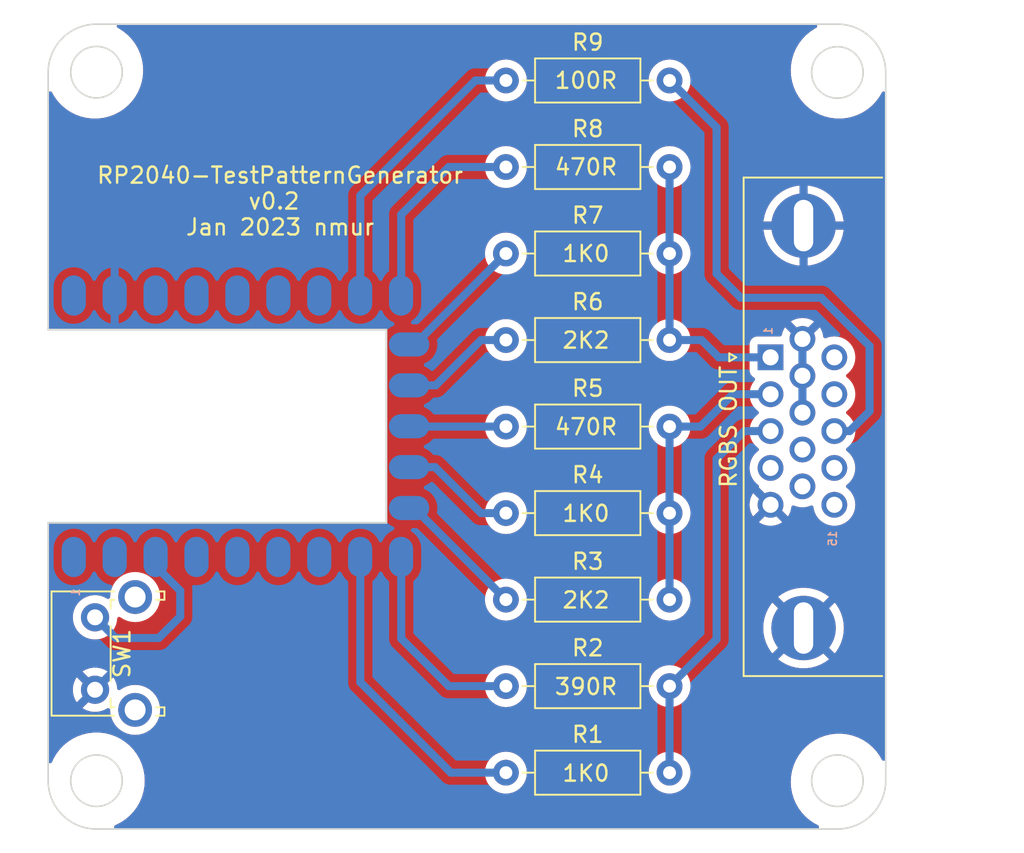
<source format=kicad_pcb>
(kicad_pcb (version 20221018) (generator pcbnew)
  (layers (0 "F.Cu" signal) (31 "B.Cu" signal) (34 "B.Paste" user) (35 "F.Paste" user) (36 "B.SilkS" user "B.Silkscreen") (37 "F.SilkS" user "F.Silkscreen") (38 "B.Mask" user) (39 "F.Mask" user) (44 "Edge.Cuts" user))
  (net 0 "")
  (net 1 "Net-(J1-Pad1)")
  (net 2 "Net-(J1-Pad2)")
  (net 3 "Net-(J1-Pad3)")
  (net 9 "Net-(J1-Pad13)")
  (net 12 "Net-(U1-GND)")
  (net 13 "Net-(U1-7)")
  (net 14 "Net-(U1-8)")
  (net 15 "Net-(U1-12)")
  (net 16 "Net-(U1-13)")
  (net 17 "Net-(U1-14)")
  (net 18 "Net-(U1-9)")
  (net 19 "Net-(U1-10)")
  (net 20 "Net-(U1-11)")
  (net 21 "Net-(U1-15)")
  (net 24 "Net-(U1-2)")
  (footprint "Resistor_THT:R_Axial_DIN0207_L6.3mm_D2.5mm_P10.16mm_Horizontal" (layer "F.Cu") (at 145.42 69.875)
    (fp_text reference "R8" (at 5.08 -2.37) (layer "F.SilkS"))
    (fp_text value "470")
    (fp_line (start 1.04 0) (end 1.81 0) (stroke (width 0.12)) (layer "F.SilkS"))
    (fp_line (start 1.81 -1.37) (end 1.81 1.37) (stroke (width 0.12)) (layer "F.SilkS"))
    (fp_line (start 1.81 1.37) (end 8.35 1.37) (stroke (width 0.12)) (layer "F.SilkS"))
    (fp_line (start 8.35 -1.37) (end 1.81 -1.37) (stroke (width 0.12)) (layer "F.SilkS"))
    (fp_line (start 8.35 1.37) (end 8.35 -1.37) (stroke (width 0.12)) (layer "F.SilkS"))
    (fp_line (start 9.12 0) (end 8.35 0) (stroke (width 0.12)) (layer "F.SilkS"))
    (pad "1" thru_hole circle (at 0 0) (size 1.6 1.6) (drill 0.8) (layers "*.Cu" "*.Mask") (net 17 "Net-(U1-14)"))
    (pad "2" thru_hole oval (at 10.16 0) (size 1.6 1.6) (drill 0.8) (layers "*.Cu" "*.Mask") (net 1 "Net-(J1-Pad1)"))
  )
  (footprint "Resistor_THT:R_Axial_DIN0207_L6.3mm_D2.5mm_P10.16mm_Horizontal" (layer "F.Cu") (at 145.42 75.25)
    (fp_text reference "R7" (at 5.08 -2.37) (layer "F.SilkS"))
    (fp_text value "1K")
    (fp_line (start 1.04 0) (end 1.81 0) (stroke (width 0.12)) (layer "F.SilkS"))
    (fp_line (start 1.81 -1.37) (end 1.81 1.37) (stroke (width 0.12)) (layer "F.SilkS"))
    (fp_line (start 1.81 1.37) (end 8.35 1.37) (stroke (width 0.12)) (layer "F.SilkS"))
    (fp_line (start 8.35 -1.37) (end 1.81 -1.37) (stroke (width 0.12)) (layer "F.SilkS"))
    (fp_line (start 8.35 1.37) (end 8.35 -1.37) (stroke (width 0.12)) (layer "F.SilkS"))
    (fp_line (start 9.12 0) (end 8.35 0) (stroke (width 0.12)) (layer "F.SilkS"))
    (pad "1" thru_hole circle (at 0 0) (size 1.6 1.6) (drill 0.8) (layers "*.Cu" "*.Mask") (net 16 "Net-(U1-13)"))
    (pad "2" thru_hole oval (at 10.16 0) (size 1.6 1.6) (drill 0.8) (layers "*.Cu" "*.Mask") (net 1 "Net-(J1-Pad1)"))
  )
  (footprint "Resistor_THT:R_Axial_DIN0207_L6.3mm_D2.5mm_P10.16mm_Horizontal" (layer "F.Cu") (at 145.42 96.75)
    (fp_text reference "R3" (at 5.08 -2.37) (layer "F.SilkS"))
    (fp_text value "2K2")
    (fp_line (start 1.04 0) (end 1.81 0) (stroke (width 0.12)) (layer "F.SilkS"))
    (fp_line (start 1.81 -1.37) (end 1.81 1.37) (stroke (width 0.12)) (layer "F.SilkS"))
    (fp_line (start 1.81 1.37) (end 8.35 1.37) (stroke (width 0.12)) (layer "F.SilkS"))
    (fp_line (start 8.35 -1.37) (end 1.81 -1.37) (stroke (width 0.12)) (layer "F.SilkS"))
    (fp_line (start 8.35 1.37) (end 8.35 -1.37) (stroke (width 0.12)) (layer "F.SilkS"))
    (fp_line (start 9.12 0) (end 8.35 0) (stroke (width 0.12)) (layer "F.SilkS"))
    (pad "1" thru_hole circle (at 0 0) (size 1.6 1.6) (drill 0.8) (layers "*.Cu" "*.Mask") (net 18 "Net-(U1-9)"))
    (pad "2" thru_hole oval (at 10.16 0) (size 1.6 1.6) (drill 0.8) (layers "*.Cu" "*.Mask") (net 2 "Net-(J1-Pad2)"))
  )
  (footprint "Resistor_THT:R_Axial_DIN0207_L6.3mm_D2.5mm_P10.16mm_Horizontal" (layer "F.Cu") (at 145.42 80.625)
    (fp_text reference "R6" (at 5.08 -2.37) (layer "F.SilkS"))
    (fp_text value "2K2")
    (fp_line (start 1.04 0) (end 1.81 0) (stroke (width 0.12)) (layer "F.SilkS"))
    (fp_line (start 1.81 -1.37) (end 1.81 1.37) (stroke (width 0.12)) (layer "F.SilkS"))
    (fp_line (start 1.81 1.37) (end 8.35 1.37) (stroke (width 0.12)) (layer "F.SilkS"))
    (fp_line (start 8.35 -1.37) (end 1.81 -1.37) (stroke (width 0.12)) (layer "F.SilkS"))
    (fp_line (start 8.35 1.37) (end 8.35 -1.37) (stroke (width 0.12)) (layer "F.SilkS"))
    (fp_line (start 9.12 0) (end 8.35 0) (stroke (width 0.12)) (layer "F.SilkS"))
    (pad "1" thru_hole circle (at 0 0) (size 1.6 1.6) (drill 0.8) (layers "*.Cu" "*.Mask") (net 15 "Net-(U1-12)"))
    (pad "2" thru_hole oval (at 10.16 0) (size 1.6 1.6) (drill 0.8) (layers "*.Cu" "*.Mask") (net 1 "Net-(J1-Pad1)"))
  )
  (footprint "Resistor_THT:R_Axial_DIN0207_L6.3mm_D2.5mm_P10.16mm_Horizontal" (layer "F.Cu") (at 145.42 64.5)
    (fp_text reference "R9" (at 5.08 -2.37) (layer "F.SilkS"))
    (fp_text value "100")
    (fp_line (start 1.04 0) (end 1.81 0) (stroke (width 0.12)) (layer "F.SilkS"))
    (fp_line (start 1.81 -1.37) (end 1.81 1.37) (stroke (width 0.12)) (layer "F.SilkS"))
    (fp_line (start 1.81 1.37) (end 8.35 1.37) (stroke (width 0.12)) (layer "F.SilkS"))
    (fp_line (start 8.35 -1.37) (end 1.81 -1.37) (stroke (width 0.12)) (layer "F.SilkS"))
    (fp_line (start 8.35 1.37) (end 8.35 -1.37) (stroke (width 0.12)) (layer "F.SilkS"))
    (fp_line (start 9.12 0) (end 8.35 0) (stroke (width 0.12)) (layer "F.SilkS"))
    (pad "1" thru_hole circle (at 0 0) (size 1.6 1.6) (drill 0.8) (layers "*.Cu" "*.Mask") (net 21 "Net-(U1-15)"))
    (pad "2" thru_hole oval (at 10.16 0) (size 1.6 1.6) (drill 0.8) (layers "*.Cu" "*.Mask") (net 9 "Net-(J1-Pad13)"))
  )
  (footprint "Resistor_THT:R_Axial_DIN0207_L6.3mm_D2.5mm_P10.16mm_Horizontal" (layer "F.Cu") (at 145.42 107.5)
    (fp_text reference "R1" (at 5.08 -2.37) (layer "F.SilkS"))
    (fp_text value "1K")
    (fp_line (start 1.04 0) (end 1.81 0) (stroke (width 0.12)) (layer "F.SilkS"))
    (fp_line (start 1.81 -1.37) (end 1.81 1.37) (stroke (width 0.12)) (layer "F.SilkS"))
    (fp_line (start 1.81 1.37) (end 8.35 1.37) (stroke (width 0.12)) (layer "F.SilkS"))
    (fp_line (start 8.35 -1.37) (end 1.81 -1.37) (stroke (width 0.12)) (layer "F.SilkS"))
    (fp_line (start 8.35 1.37) (end 8.35 -1.37) (stroke (width 0.12)) (layer "F.SilkS"))
    (fp_line (start 9.12 0) (end 8.35 0) (stroke (width 0.12)) (layer "F.SilkS"))
    (pad "1" thru_hole circle (at 0 0) (size 1.6 1.6) (drill 0.8) (layers "*.Cu" "*.Mask") (net 13 "Net-(U1-7)"))
    (pad "2" thru_hole oval (at 10.16 0) (size 1.6 1.6) (drill 0.8) (layers "*.Cu" "*.Mask") (net 3 "Net-(J1-Pad3)"))
  )
  (footprint "Resistor_THT:R_Axial_DIN0207_L6.3mm_D2.5mm_P10.16mm_Horizontal" (layer "F.Cu") (at 145.42 86)
    (fp_text reference "R5" (at 5.08 -2.37) (layer "F.SilkS"))
    (fp_text value "470")
    (fp_line (start 1.04 0) (end 1.81 0) (stroke (width 0.12)) (layer "F.SilkS"))
    (fp_line (start 1.81 -1.37) (end 1.81 1.37) (stroke (width 0.12)) (layer "F.SilkS"))
    (fp_line (start 1.81 1.37) (end 8.35 1.37) (stroke (width 0.12)) (layer "F.SilkS"))
    (fp_line (start 8.35 -1.37) (end 1.81 -1.37) (stroke (width 0.12)) (layer "F.SilkS"))
    (fp_line (start 8.35 1.37) (end 8.35 -1.37) (stroke (width 0.12)) (layer "F.SilkS"))
    (fp_line (start 9.12 0) (end 8.35 0) (stroke (width 0.12)) (layer "F.SilkS"))
    (pad "1" thru_hole circle (at 0 0) (size 1.6 1.6) (drill 0.8) (layers "*.Cu" "*.Mask") (net 20 "Net-(U1-11)"))
    (pad "2" thru_hole oval (at 10.16 0) (size 1.6 1.6) (drill 0.8) (layers "*.Cu" "*.Mask") (net 2 "Net-(J1-Pad2)"))
  )
  (footprint "Resistor_THT:R_Axial_DIN0207_L6.3mm_D2.5mm_P10.16mm_Horizontal" (layer "F.Cu") (at 145.42 91.375)
    (fp_text reference "R4" (at 5.08 -2.37) (layer "F.SilkS"))
    (fp_text value "1K")
    (fp_line (start 1.04 0) (end 1.81 0) (stroke (width 0.12)) (layer "F.SilkS"))
    (fp_line (start 1.81 -1.37) (end 1.81 1.37) (stroke (width 0.12)) (layer "F.SilkS"))
    (fp_line (start 1.81 1.37) (end 8.35 1.37) (stroke (width 0.12)) (layer "F.SilkS"))
    (fp_line (start 8.35 -1.37) (end 1.81 -1.37) (stroke (width 0.12)) (layer "F.SilkS"))
    (fp_line (start 8.35 1.37) (end 8.35 -1.37) (stroke (width 0.12)) (layer "F.SilkS"))
    (fp_line (start 9.12 0) (end 8.35 0) (stroke (width 0.12)) (layer "F.SilkS"))
    (pad "1" thru_hole circle (at 0 0) (size 1.6 1.6) (drill 0.8) (layers "*.Cu" "*.Mask") (net 19 "Net-(U1-10)"))
    (pad "2" thru_hole oval (at 10.16 0) (size 1.6 1.6) (drill 0.8) (layers "*.Cu" "*.Mask") (net 2 "Net-(J1-Pad2)"))
  )
  (footprint "Connector_Dsub:DSUB-15-HD_Female_Horizontal_P2.29x1.98mm_EdgePinOffset3.03mm_Housed_MountingHolesOffset4.94mm" (layer "F.Cu") (at 161.849669 81.7 90)
    (fp_text reference "RGBS OUT" (at -4.315 -2.61 90) (layer "F.SilkS"))
    (fp_text value "DE15_Receptacle_HighDensity_MountingHoles")
    (fp_line (start -19.8 -1.67) (end 11.17 -1.67) (stroke (width 0.12)) (layer "F.SilkS"))
    (fp_line (start -19.8 6.93) (end -19.8 -1.67) (stroke (width 0.12)) (layer "F.SilkS"))
    (fp_line (start -0.25 -2.564338) (end 0.25 -2.564338) (stroke (width 0.12)) (layer "F.SilkS"))
    (fp_line (start 0 -2.131325) (end -0.25 -2.564338) (stroke (width 0.12)) (layer "F.SilkS"))
    (fp_line (start 0.25 -2.564338) (end 0 -2.131325) (stroke (width 0.12)) (layer "F.SilkS"))
    (fp_line (start 11.17 -1.67) (end 11.17 6.93) (stroke (width 0.12)) (layer "F.SilkS"))
    (pad "0" thru_hole circle (at -16.815 2.05 90) (size 4 4) (drill oval 3.2 1.2) (layers "*.Cu" "*.Mask") (net 12 "Net-(U1-GND)"))
    (pad "0" thru_hole oval (at 8.185 2.05 90) (size 4 4) (drill oval 3.2 1.2) (layers "*.Cu" "*.Mask") (net 12 "Net-(U1-GND)"))
    (pad "1" thru_hole rect (at 0 0 90) (size 1.6 1.6) (drill 1) (layers "*.Cu" "*.Mask") (net 1 "Net-(J1-Pad1)"))
    (pad "2" thru_hole circle (at -2.29 0 90) (size 1.6 1.6) (drill 1) (layers "*.Cu" "*.Mask") (net 2 "Net-(J1-Pad2)"))
    (pad "3" thru_hole circle (at -4.58 0 90) (size 1.6 1.6) (drill 1) (layers "*.Cu" "*.Mask") (net 3 "Net-(J1-Pad3)"))
    (pad "4" thru_hole circle (at -6.87 0 90) (size 1.6 1.6) (drill 1) (layers "*.Cu" "*.Mask"))
    (pad "5" thru_hole circle (at -9.16 0 90) (size 1.6 1.6) (drill 1) (layers "*.Cu" "*.Mask") (net 12 "Net-(U1-GND)"))
    (pad "6" thru_hole circle (at 1.145 1.98 90) (size 1.6 1.6) (drill 1) (layers "*.Cu" "*.Mask") (net 12 "Net-(U1-GND)"))
    (pad "7" thru_hole circle (at -1.145 1.98 90) (size 1.6 1.6) (drill 1) (layers "*.Cu" "*.Mask") (net 12 "Net-(U1-GND)"))
    (pad "8" thru_hole circle (at -3.435 1.98 90) (size 1.6 1.6) (drill 1) (layers "*.Cu" "*.Mask") (net 12 "Net-(U1-GND)"))
    (pad "9" thru_hole circle (at -5.725 1.98 90) (size 1.6 1.6) (drill 1) (layers "*.Cu" "*.Mask"))
    (pad "10" thru_hole circle (at -8.015 1.98 90) (size 1.6 1.6) (drill 1) (layers "*.Cu" "*.Mask"))
    (pad "11" thru_hole circle (at 0 3.96 90) (size 1.6 1.6) (drill 1) (layers "*.Cu" "*.Mask"))
    (pad "12" thru_hole circle (at -2.29 3.96 90) (size 1.6 1.6) (drill 1) (layers "*.Cu" "*.Mask"))
    (pad "13" thru_hole circle (at -4.58 3.96 90) (size 1.6 1.6) (drill 1) (layers "*.Cu" "*.Mask") (net 9 "Net-(J1-Pad13)"))
    (pad "14" thru_hole circle (at -6.87 3.96 90) (size 1.6 1.6) (drill 1) (layers "*.Cu" "*.Mask"))
    (pad "15" thru_hole circle (at -9.16 3.96 90) (size 1.6 1.6) (drill 1) (layers "*.Cu" "*.Mask"))
  )
  (footprint "Button_Switch_THT:SW_Tactile_SPST_Angled_PTS645Vx58-2LFS" (layer "F.Cu") (at 119.91 102.35 90)
    (fp_text reference "SW1" (at 2.25 1.68 90) (layer "F.SilkS"))
    (fp_text value "SW_Push")
    (fp_line (start -1.61 -2.7) (end -1.61 1.2) (stroke (width 0.12)) (layer "F.SilkS"))
    (fp_line (start -1.61 -2.7) (end 6.11 -2.7) (stroke (width 0.12)) (layer "F.SilkS"))
    (fp_line (start -1.61 3.8) (end -1.61 4.31) (stroke (width 0.12)) (layer "F.SilkS"))
    (fp_line (start -1.61 4.31) (end -1.09 4.31) (stroke (width 0.12)) (layer "F.SilkS"))
    (fp_line (start -1.09 0.97) (end -1.09 1.2) (stroke (width 0.12)) (layer "F.SilkS"))
    (fp_line (start -1.09 0.97) (end -0.55 0.97) (stroke (width 0.12)) (layer "F.SilkS"))
    (fp_line (start -1.09 3.8) (end -1.09 4.31) (stroke (width 0.12)) (layer "F.SilkS"))
    (fp_line (start 0.55 0.97) (end 3.95 0.97) (stroke (width 0.12)) (layer "F.SilkS"))
    (fp_line (start 5.05 0.97) (end 5.59 0.97) (stroke (width 0.12)) (layer "F.SilkS"))
    (fp_line (start 5.59 0.97) (end 5.59 1.2) (stroke (width 0.12)) (layer "F.SilkS"))
    (fp_line (start 5.59 3.8) (end 5.59 4.31) (stroke (width 0.12)) (layer "F.SilkS"))
    (fp_line (start 5.59 4.31) (end 6.11 4.31) (stroke (width 0.12)) (layer "F.SilkS"))
    (fp_line (start 6.11 -2.7) (end 6.11 1.2) (stroke (width 0.12)) (layer "F.SilkS"))
    (fp_line (start 6.11 3.8) (end 6.11 4.31) (stroke (width 0.12)) (layer "F.SilkS"))
    (pad "" thru_hole circle (at -1.25 2.49 90) (size 2.1 2.1) (drill 1.3) (layers "*.Cu" "*.Mask"))
    (pad "" thru_hole circle (at 5.76 2.49 90) (size 2.1 2.1) (drill 1.3) (layers "*.Cu" "*.Mask"))
    (pad "1" thru_hole circle (at 0 0 90) (size 1.75 1.75) (drill 0.99) (layers "*.Cu" "*.Mask") (net 12 "Net-(U1-GND)"))
    (pad "2" thru_hole circle (at 4.5 0 90) (size 1.75 1.75) (drill 0.99) (layers "*.Cu" "*.Mask") (net 24 "Net-(U1-2)"))
  )
  (footprint "Resistor_THT:R_Axial_DIN0207_L6.3mm_D2.5mm_P10.16mm_Horizontal" (layer "F.Cu") (at 145.42 102.125)
    (fp_text reference "R2" (at 5.08 -2.37) (layer "F.SilkS"))
    (fp_text value "390")
    (fp_line (start 1.04 0) (end 1.81 0) (stroke (width 0.12)) (layer "F.SilkS"))
    (fp_line (start 1.81 -1.37) (end 1.81 1.37) (stroke (width 0.12)) (layer "F.SilkS"))
    (fp_line (start 1.81 1.37) (end 8.35 1.37) (stroke (width 0.12)) (layer "F.SilkS"))
    (fp_line (start 8.35 -1.37) (end 1.81 -1.37) (stroke (width 0.12)) (layer "F.SilkS"))
    (fp_line (start 8.35 1.37) (end 8.35 -1.37) (stroke (width 0.12)) (layer "F.SilkS"))
    (fp_line (start 9.12 0) (end 8.35 0) (stroke (width 0.12)) (layer "F.SilkS"))
    (pad "1" thru_hole circle (at 0 0) (size 1.6 1.6) (drill 0.8) (layers "*.Cu" "*.Mask") (net 14 "Net-(U1-8)"))
    (pad "2" thru_hole oval (at 10.16 0) (size 1.6 1.6) (drill 0.8) (layers "*.Cu" "*.Mask") (net 3 "Net-(J1-Pad3)"))
  )
  (footprint "kleeb:rp2040-zero-smd" (layer "B.Cu") (at 128.75 85.979 -90)
    (fp_text reference "U1" hide)
    (fp_text value "rp2040-zero" hide)
    (fp_line (start -6 -9.25) (end 6 -9.25) (stroke (width 0.12)) (layer "Edge.Cuts"))
    (fp_line (start -6 11.75) (end -6 -9.25) (stroke (width 0.12)) (layer "Edge.Cuts"))
    (fp_line (start 6 -9.25) (end 6 11.75) (stroke (width 0.12)) (layer "Edge.Cuts"))
    (pad "1" smd oval (at 7.62 10.16 90) (size 2.5 1.5) (drill (offset -0.5 0)) (layers "B.Cu" "B.Paste" "B.Mask"))
    (pad "2" smd oval (at 7.62 7.62 90) (size 2.5 1.5) (drill (offset -0.5 0)) (layers "B.Cu" "B.Paste" "B.Mask"))
    (pad "3" smd oval (at 7.62 5.08 90) (size 2.5 1.5) (drill (offset -0.5 0)) (layers "B.Cu" "B.Paste" "B.Mask") (net 24 "Net-(U1-2)"))
    (pad "4" smd oval (at 7.62 2.54 90) (size 2.5 1.5) (drill (offset -0.5 0)) (layers "B.Cu" "B.Paste" "B.Mask"))
    (pad "5" smd oval (at 7.62 0 90) (size 2.5 1.5) (drill (offset -0.5 0)) (layers "B.Cu" "B.Paste" "B.Mask"))
    (pad "6" smd oval (at 7.62 -2.54 90) (size 2.5 1.5) (drill (offset -0.5 0)) (layers "B.Cu" "B.Paste" "B.Mask"))
    (pad "7" smd oval (at 7.62 -5.08 90) (size 2.5 1.5) (drill (offset -0.5 0)) (layers "B.Cu" "B.Paste" "B.Mask"))
    (pad "8" smd oval (at 7.62 -7.62 90) (size 2.5 1.5) (drill (offset -0.5 0)) (layers "B.Cu" "B.Paste" "B.Mask") (net 13 "Net-(U1-7)"))
    (pad "9" smd oval (at 7.62 -10.16 90) (size 2.5 1.5) (drill (offset -0.5 0)) (layers "B.Cu" "B.Paste" "B.Mask") (net 14 "Net-(U1-8)"))
    (pad "10" smd oval (at 5.08 -10.16 180) (size 2.5 1.5) (drill (offset -0.5 0)) (layers "B.Cu" "B.Paste" "B.Mask") (net 18 "Net-(U1-9)"))
    (pad "11" smd oval (at 2.54 -10.16 180) (size 2.5 1.5) (drill (offset -0.5 0)) (layers "B.Cu" "B.Paste" "B.Mask") (net 19 "Net-(U1-10)"))
    (pad "12" smd oval (at 0 -10.16 180) (size 2.5 1.5) (drill (offset -0.5 0)) (layers "B.Cu" "B.Paste" "B.Mask") (net 20 "Net-(U1-11)"))
    (pad "13" smd oval (at -2.54 -10.16 180) (size 2.5 1.5) (drill (offset -0.5 0)) (layers "B.Cu" "B.Paste" "B.Mask") (net 15 "Net-(U1-12)"))
    (pad "14" smd oval (at -5.08 -10.16 180) (size 2.5 1.5) (drill (offset -0.5 0)) (layers "B.Cu" "B.Paste" "B.Mask") (net 16 "Net-(U1-13)"))
    (pad "15" smd oval (at -7.62 -10.16 270) (size 2.5 1.5) (drill (offset -0.5 0)) (layers "B.Cu" "B.Paste" "B.Mask") (net 17 "Net-(U1-14)"))
    (pad "16" smd oval (at -7.62 -7.62 270) (size 2.5 1.5) (drill (offset -0.5 0)) (layers "B.Cu" "B.Paste" "B.Mask") (net 21 "Net-(U1-15)"))
    (pad "17" smd oval (at -7.62 -5.08 270) (size 2.5 1.5) (drill (offset -0.5 0)) (layers "B.Cu" "B.Paste" "B.Mask"))
    (pad "18" smd oval (at -7.62 -2.54 270) (size 2.5 1.5) (drill (offset -0.5 0)) (layers "B.Cu" "B.Paste" "B.Mask"))
    (pad "19" smd oval (at -7.62 0 270) (size 2.5 1.5) (drill (offset -0.5 0)) (layers "B.Cu" "B.Paste" "B.Mask"))
    (pad "20" smd oval (at -7.62 2.54 270) (size 2.5 1.5) (drill (offset -0.5 0)) (layers "B.Cu" "B.Paste" "B.Mask"))
    (pad "21" smd oval (at -7.62 5.08 270) (size 2.5 1.5) (drill (offset -0.5 0)) (layers "B.Cu" "B.Paste" "B.Mask"))
    (pad "22" smd oval (at -7.62 7.62 270) (size 2.5 1.5) (drill (offset -0.5 0)) (layers "B.Cu" "B.Paste" "B.Mask") (net 12 "Net-(U1-GND)"))
    (pad "23" smd oval (at -7.62 10.16 270) (size 2.5 1.5) (drill (offset -0.5 0)) (layers "B.Cu" "B.Paste" "B.Mask"))
  )
  (gr_circle (center 166 64) (end 167.6 64) (stroke (width 0.1)) (fill none) (layer "Edge.Cuts"))
  (gr_line (start 117 108) (end 117 93) (stroke (width 0.1)) (layer "Edge.Cuts"))
  (gr_arc (start 117 64) (mid 117.87868 61.87868) (end 120 61) (stroke (width 0.1)) (layer "Edge.Cuts"))
  (gr_line (start 120 61) (end 166 61) (stroke (width 0.1)) (layer "Edge.Cuts"))
  (gr_circle (center 166 108) (end 167.6 108) (stroke (width 0.1)) (fill none) (layer "Edge.Cuts"))
  (gr_arc (start 120 111) (mid 117.87868 110.12132) (end 117 108) (stroke (width 0.1)) (layer "Edge.Cuts"))
  (gr_line (start 117 79.979) (end 117 79) (stroke (width 0.1)) (layer "Edge.Cuts"))
  (gr_circle (center 120 63.984) (end 121.6 63.984) (stroke (width 0.1)) (fill none) (layer "Edge.Cuts"))
  (gr_line (start 117 79) (end 117 64) (stroke (width 0.1)) (layer "Edge.Cuts"))
  (gr_arc (start 166 61) (mid 168.12132 61.87868) (end 169 64) (stroke (width 0.1)) (layer "Edge.Cuts"))
  (gr_line (start 166 111) (end 120 111) (stroke (width 0.1)) (layer "Edge.Cuts"))
  (gr_circle (center 120 108) (end 121.6 108) (stroke (width 0.1)) (fill none) (layer "Edge.Cuts"))
  (gr_line (start 169 64) (end 169 108) (stroke (width 0.1)) (layer "Edge.Cuts"))
  (gr_arc (start 169 108) (mid 168.12132 110.12132) (end 166 111) (stroke (width 0.1)) (layer "Edge.Cuts"))
  (gr_line (start 117 91.979) (end 117 93) (stroke (width 0.1)) (layer "Edge.Cuts"))
  (gr_text "1" (at 162 79.756 90) (layer "B.SilkS") (effects (font (size 0.5 0.5) (thickness 0.1) bold) (justify left bottom mirror)))
  (gr_text "1" (at 119 96 90) (layer "B.SilkS") (effects (font (size 0.5 0.5) (thickness 0.1) bold) (justify left bottom mirror)))
  (gr_text "15" (at 166 92.418 90) (layer "B.SilkS") (effects (font (size 0.5 0.5) (thickness 0.1) bold) (justify left bottom mirror)))
  (gr_text "1K0" (at 150.394 75.2605) (layer "F.SilkS") (effects (font (size 1 1))))
  (gr_text "100R" (at 150.394 64.5) (layer "F.SilkS") (effects (font (size 1 1))))
  (gr_text "470R" (at 150.394 69.88025) (layer "F.SilkS") (effects (font (size 1 1))))
  (gr_text "390R" (at 150.394 102.16175) (layer "F.SilkS") (effects (font (size 1 1))))
  (gr_text "RP2040-TestPatternGenerator\nv0.2 \nJan 2023 nmur" (at 131.4 72) (layer "F.SilkS") (effects (font (size 1 1))))
  (gr_text "2K2" (at 150.394 80.64075) (layer "F.SilkS") (effects (font (size 1 1))))
  (gr_text "1K0" (at 150.394 91.40125) (layer "F.SilkS") (effects (font (size 1 1))))
  (gr_text "470R" (at 150.394 86.021) (layer "F.SilkS") (effects (font (size 1 1))))
  (gr_text "2K2" (at 150.394 96.7815) (layer "F.SilkS") (effects (font (size 1 1))))
  (gr_text "1K0" (at 150.394 107.542) (layer "F.SilkS") (effects (font (size 1 1))))
  (segment (start 158.6375 81.7) (end 161.849669 81.7) (width 0.5) (layer "B.Cu") (net 1))
  (segment (start 161.649669 81.5) (end 161.849669 81.7) (width 0.5) (layer "B.Cu") (net 1))
  (segment (start 155.58 69.875) (end 155.58 75.25) (width 0.5) (layer "B.Cu") (net 1))
  (segment (start 157.5625 80.625) (end 158.6375 81.7) (width 0.5) (layer "B.Cu") (net 1))
  (segment (start 155.58 80.625) (end 157.5625 80.625) (width 0.5) (layer "B.Cu") (net 1))
  (segment (start 155.58 75.25) (end 155.58 80.625) (width 0.5) (layer "B.Cu") (net 1))
  (segment (start 155.58 91.375) (end 155.58 86) (width 0.5) (layer "B.Cu") (net 2))
  (segment (start 155.58 86) (end 157.5 86) (width 0.5) (layer "B.Cu") (net 2))
  (segment (start 157.5 86) (end 159.51 83.99) (width 0.5) (layer "B.Cu") (net 2))
  (segment (start 159.51 83.99) (end 161.849669 83.99) (width 0.5) (layer "B.Cu") (net 2))
  (segment (start 155.58 96.75) (end 155.58 91.375) (width 0.5) (layer "B.Cu") (net 2))
  (segment (start 155.58 102.125) (end 158.5 99.205) (width 0.5) (layer "B.Cu") (net 3))
  (segment (start 158.5 88) (end 160.22 86.28) (width 0.5) (layer "B.Cu") (net 3))
  (segment (start 160.22 86.28) (end 161.849669 86.28) (width 0.5) (layer "B.Cu") (net 3))
  (segment (start 158.5 99.205) (end 158.5 88) (width 0.5) (layer "B.Cu") (net 3))
  (segment (start 155.58 107.5) (end 155.58 102.125) (width 0.5) (layer "B.Cu") (net 3))
  (segment (start 165 78) (end 168 81) (width 0.5) (layer "B.Cu") (net 9))
  (segment (start 168 81) (end 168 85.044835) (width 0.5) (layer "B.Cu") (net 9))
  (segment (start 155.58 64.5) (end 158.5 67.42) (width 0.5) (layer "B.Cu") (net 9))
  (segment (start 158.5 67.42) (end 158.5 76.5) (width 0.5) (layer "B.Cu") (net 9))
  (segment (start 166.764835 86.28) (end 165.809669 86.28) (width 0.5) (layer "B.Cu") (net 9))
  (segment (start 158.5 76.5) (end 160 78) (width 0.5) (layer "B.Cu") (net 9))
  (segment (start 168 85.044835) (end 166.764835 86.28) (width 0.5) (layer "B.Cu") (net 9))
  (segment (start 160 78) (end 165 78) (width 0.5) (layer "B.Cu") (net 9))
  (segment (start 163.829669 82.845) (end 163.829669 85.135) (width 0.5) (layer "B.Cu") (net 12))
  (segment (start 163.829669 80.555) (end 163.829669 82.845) (width 0.5) (layer "B.Cu") (net 12))
  (segment (start 136.37 93.599) (end 136.38 93.609) (width 0.5) (layer "B.Cu") (net 13))
  (segment (start 142 107.5) (end 145.42 107.5) (width 0.5) (layer "B.Cu") (net 13))
  (segment (start 136.38 101.88) (end 142 107.5) (width 0.5) (layer "B.Cu") (net 13))
  (segment (start 136.38 93.609) (end 136.38 101.88) (width 0.5) (layer "B.Cu") (net 13))
  (segment (start 145.42 102.125) (end 141.875 102.125) (width 0.5) (layer "B.Cu") (net 14))
  (segment (start 138.92 99.17) (end 138.92 93.609) (width 0.5) (layer "B.Cu") (net 14))
  (segment (start 138.92 93.609) (end 138.91 93.599) (width 0.5) (layer "B.Cu") (net 14))
  (segment (start 141.875 102.125) (end 138.92 99.17) (width 0.5) (layer "B.Cu") (net 14))
  (segment (start 143.875 80.625) (end 145.42 80.625) (width 0.5) (layer "B.Cu") (net 15))
  (segment (start 138.92 83.439) (end 141.061 83.439) (width 0.5) (layer "B.Cu") (net 15))
  (segment (start 141.061 83.439) (end 143.875 80.625) (width 0.5) (layer "B.Cu") (net 15))
  (segment (start 139.771 80.899) (end 145.42 75.25) (width 0.5) (layer "B.Cu") (net 16))
  (segment (start 138.92 80.899) (end 139.771 80.899) (width 0.5) (layer "B.Cu") (net 16))
  (segment (start 138.92 78.359) (end 138.92 72.83) (width 0.5) (layer "B.Cu") (net 17))
  (segment (start 138.92 72.83) (end 141.875 69.875) (width 0.5) (layer "B.Cu") (net 17))
  (segment (start 141.875 69.875) (end 145.42 69.875) (width 0.5) (layer "B.Cu") (net 17))
  (segment (start 139.729 91.059) (end 145.42 96.75) (width 0.5) (layer "B.Cu") (net 18))
  (segment (start 138.92 91.059) (end 139.729 91.059) (width 0.5) (layer "B.Cu") (net 18))
  (segment (start 141.019 88.519) (end 143.875 91.375) (width 0.5) (layer "B.Cu") (net 19))
  (segment (start 143.875 91.375) (end 145.42 91.375) (width 0.5) (layer "B.Cu") (net 19))
  (segment (start 138.91 88.519) (end 141.019 88.519) (width 0.5) (layer "B.Cu") (net 19))
  (segment (start 138.941 86) (end 145.42 86) (width 0.5) (layer "B.Cu") (net 20))
  (segment (start 138.92 85.979) (end 138.941 86) (width 0.5) (layer "B.Cu") (net 20))
  (segment (start 136.38 71.646) (end 143.526 64.5) (width 0.5) (layer "B.Cu") (net 21))
  (segment (start 143.526 64.5) (end 145.42 64.5) (width 0.5) (layer "B.Cu") (net 21))
  (segment (start 136.38 78.359) (end 136.38 71.646) (width 0.5) (layer "B.Cu") (net 21))
  (segment (start 123.865001 99.134999) (end 121.194999 99.134999) (width 0.5) (layer "B.Cu") (net 24))
  (segment (start 121.194999 99.134999) (end 119.91 97.85) (width 0.5) (layer "B.Cu") (net 24))
  (segment (start 123.67 93.599) (end 123.67 94.67) (width 0.5) (layer "B.Cu") (net 24))
  (segment (start 123.67 94.67) (end 125.2 96.2) (width 0.5) (layer "B.Cu") (net 24))
  (segment (start 125.2 97.8) (end 123.865001 99.134999) (width 0.5) (layer "B.Cu") (net 24))
  (segment (start 125.2 96.2) (end 125.2 97.8) (width 0.5) (layer "B.Cu") (net 24))
  (zone (net 0) (net_name "") (layers "F&B.Cu") (name "mount1") (connect_pads (clearance 0)) (min_thickness 0.25)
    (keepout (tracks not_allowed) (vias not_allowed) (pads not_allowed) (copperpour not_allowed) (footprints not_allowed))
    (fill (thermal_gap 0.5) (thermal_bridge_width 0.5))
    (polygon (pts (xy 169.101867 63.871637) (xy 169.081582 63.523358) (xy 169.021002 63.179789) (xy 168.920945 62.845577) (xy 168.782765 62.525239) (xy 168.60833 62.22311) (xy 168.4 61.943274) (xy 168.160592 61.689516) (xy 167.893343 61.465267) (xy 167.601867 61.273561) (xy 167.290106 61.116989) (xy 166.962277 60.997668) (xy 166.622812 60.917214) (xy 166.276301 60.876713) (xy 165.927433 60.876713) (xy 165.580922 60.917214) (xy 165.241457 60.997668) (xy 164.913628 61.116989) (xy 164.601867 61.273561) (xy 164.310391 61.465267) (xy 164.043142 61.689516) (xy 163.803734 61.943274) (xy 163.595404 62.22311) (xy 163.420969 62.525239) (xy 163.282789 62.845577) (xy 163.182732 63.179789) (xy 163.122152 63.523358) (xy 163.101867 63.871637) (xy 163.122152 64.219916) (xy 163.182732 64.563485) (xy 163.282789 64.897697) (xy 163.420969 65.218035) (xy 163.595404 65.520164) (xy 163.803734 65.8) (xy 164.043142 66.053758) (xy 164.310391 66.278007) (xy 164.601867 66.469713) (xy 164.913628 66.626285) (xy 165.241457 66.745606) (xy 165.580922 66.82606) (xy 165.927433 66.866561) (xy 166.276301 66.866561) (xy 166.622812 66.82606) (xy 166.962277 66.745606) (xy 167.290106 66.626285) (xy 167.601867 66.469713) (xy 167.893343 66.278007) (xy 168.160592 66.053758) (xy 168.4 65.8) (xy 168.60833 65.520164) (xy 168.782765 65.218035) (xy 168.920945 64.897697) (xy 169.021002 64.563485) (xy 169.081582 64.219916)))
  )
  (zone (net 0) (net_name "") (layers "F&B.Cu") (name "mount1") (connect_pads (clearance 0)) (min_thickness 0.25)
    (keepout (tracks not_allowed) (vias not_allowed) (pads not_allowed) (copperpour not_allowed) (footprints not_allowed))
    (fill (thermal_gap 0.5) (thermal_bridge_width 0.5))
    (polygon (pts (xy 122.901867 63.871637) (xy 122.881582 63.523358) (xy 122.821002 63.179789) (xy 122.720945 62.845577) (xy 122.582765 62.525239) (xy 122.40833 62.22311) (xy 122.2 61.943274) (xy 121.960592 61.689516) (xy 121.693343 61.465267) (xy 121.401867 61.273561) (xy 121.090106 61.116989) (xy 120.762277 60.997668) (xy 120.422812 60.917214) (xy 120.076301 60.876713) (xy 119.727433 60.876713) (xy 119.380922 60.917214) (xy 119.041457 60.997668) (xy 118.713628 61.116989) (xy 118.401867 61.273561) (xy 118.110391 61.465267) (xy 117.843142 61.689516) (xy 117.603734 61.943274) (xy 117.395404 62.22311) (xy 117.220969 62.525239) (xy 117.082789 62.845577) (xy 116.982732 63.179789) (xy 116.922152 63.523358) (xy 116.901867 63.871637) (xy 116.922152 64.219916) (xy 116.982732 64.563485) (xy 117.082789 64.897697) (xy 117.220969 65.218035) (xy 117.395404 65.520164) (xy 117.603734 65.8) (xy 117.843142 66.053758) (xy 118.110391 66.278007) (xy 118.401867 66.469713) (xy 118.713628 66.626285) (xy 119.041457 66.745606) (xy 119.380922 66.82606) (xy 119.727433 66.866561) (xy 120.076301 66.866561) (xy 120.422812 66.82606) (xy 120.762277 66.745606) (xy 121.090106 66.626285) (xy 121.401867 66.469713) (xy 121.693343 66.278007) (xy 121.960592 66.053758) (xy 122.2 65.8) (xy 122.40833 65.520164) (xy 122.582765 65.218035) (xy 122.720945 64.897697) (xy 122.821002 64.563485) (xy 122.881582 64.219916)))
  )
  (zone (net 12) (net_name "Net-(U1-GND)") (layers "F&B.Cu") (name "GND") (connect_pads (clearance 0.5)) (min_thickness 0.25) (fill yes (thermal_gap 0.5) (thermal_bridge_width 0.5))
    (polygon (pts (xy 115.75 59.5) (xy 170.5 59.5) (xy 170.5 112.5) (xy 115.5 112.25)))
  )
  (zone (net 0) (net_name "") (layers "F&B.Cu") (name "mount1") (connect_pads (clearance 0)) (min_thickness 0.25)
    (keepout (tracks not_allowed) (vias not_allowed) (pads not_allowed) (copperpour not_allowed) (footprints not_allowed))
    (fill (thermal_gap 0.5) (thermal_bridge_width 0.5))
    (polygon (pts (xy 169.101867 108.071637) (xy 169.081582 107.723358) (xy 169.021002 107.379789) (xy 168.920945 107.045577) (xy 168.782765 106.725239) (xy 168.60833 106.42311) (xy 168.4 106.143274) (xy 168.160592 105.889516) (xy 167.893343 105.665267) (xy 167.601867 105.473561) (xy 167.290106 105.316989) (xy 166.962277 105.197668) (xy 166.622812 105.117214) (xy 166.276301 105.076713) (xy 165.927433 105.076713) (xy 165.580922 105.117214) (xy 165.241457 105.197668) (xy 164.913628 105.316989) (xy 164.601867 105.473561) (xy 164.310391 105.665267) (xy 164.043142 105.889516) (xy 163.803734 106.143274) (xy 163.595404 106.42311) (xy 163.420969 106.725239) (xy 163.282789 107.045577) (xy 163.182732 107.379789) (xy 163.122152 107.723358) (xy 163.101867 108.071637) (xy 163.122152 108.419916) (xy 163.182732 108.763485) (xy 163.282789 109.097697) (xy 163.420969 109.418035) (xy 163.595404 109.720164) (xy 163.803734 110) (xy 164.043142 110.253758) (xy 164.310391 110.478007) (xy 164.601867 110.669713) (xy 164.913628 110.826285) (xy 165.241457 110.945606) (xy 165.580922 111.02606) (xy 165.927433 111.066561) (xy 166.276301 111.066561) (xy 166.622812 111.02606) (xy 166.962277 110.945606) (xy 167.290106 110.826285) (xy 167.601867 110.669713) (xy 167.893343 110.478007) (xy 168.160592 110.253758) (xy 168.4 110) (xy 168.60833 109.720164) (xy 168.782765 109.418035) (xy 168.920945 109.097697) (xy 169.021002 108.763485) (xy 169.081582 108.419916)))
  )
  (zone (net 0) (net_name "") (layers "F&B.Cu") (name "mount1") (connect_pads (clearance 0)) (min_thickness 0.25)
    (keepout (tracks not_allowed) (vias not_allowed) (pads not_allowed) (copperpour not_allowed) (footprints not_allowed))
    (fill (thermal_gap 0.5) (thermal_bridge_width 0.5))
    (polygon (pts (xy 123 108) (xy 122.979715 107.651721) (xy 122.919135 107.308152) (xy 122.819078 106.97394) (xy 122.680898 106.653602) (xy 122.506463 106.351473) (xy 122.298133 106.071637) (xy 122.058725 105.817879) (xy 121.791476 105.59363) (xy 121.5 105.401924) (xy 121.188239 105.245352) (xy 120.86041 105.126031) (xy 120.520945 105.045577) (xy 120.174434 105.005076) (xy 119.825566 105.005076) (xy 119.479055 105.045577) (xy 119.13959 105.126031) (xy 118.811761 105.245352) (xy 118.5 105.401924) (xy 118.208524 105.59363) (xy 117.941275 105.817879) (xy 117.701867 106.071637) (xy 117.493537 106.351473) (xy 117.319102 106.653602) (xy 117.180922 106.97394) (xy 117.080865 107.308152) (xy 117.020285 107.651721) (xy 117 108) (xy 117.020285 108.348279) (xy 117.080865 108.691848) (xy 117.180922 109.02606) (xy 117.319102 109.346398) (xy 117.493537 109.648527) (xy 117.701867 109.928363) (xy 117.941275 110.182121) (xy 118.208524 110.40637) (xy 118.5 110.598076) (xy 118.811761 110.754648) (xy 119.13959 110.873969) (xy 119.479055 110.954423) (xy 119.825566 110.994924) (xy 120.174434 110.994924) (xy 120.520945 110.954423) (xy 120.86041 110.873969) (xy 121.188239 110.754648) (xy 121.5 110.598076) (xy 121.791476 110.40637) (xy 122.058725 110.182121) (xy 122.298133 109.928363) (xy 122.506463 109.648527) (xy 122.680898 109.346398) (xy 122.819078 109.02606) (xy 122.919135 108.691848) (xy 122.979715 108.348279) (xy 123 108)))
  )
)
</source>
